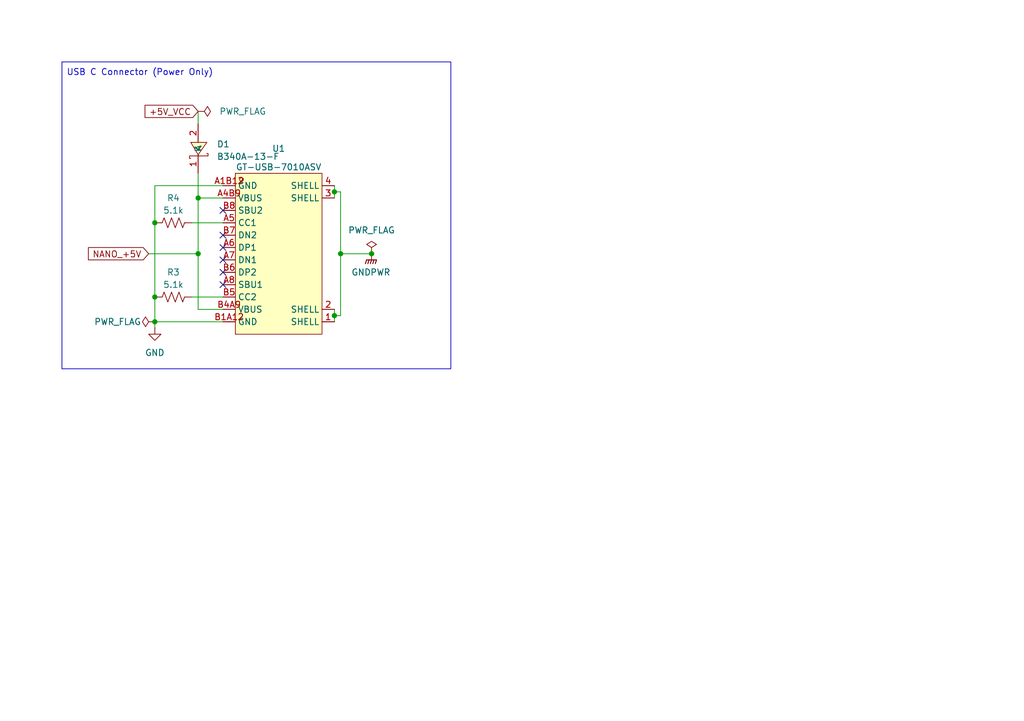
<source format=kicad_sch>
(kicad_sch (version 20250114) (generator "eeschema") (generator_version "9.0")
  (paper "A5")
  (lib_symbols
    (symbol "Device:R_US" (pin_numbers (hide yes)) (pin_names (offset 0))
      (property "Reference" "R" (at 2.54 0 90))
      (property "Value" "R_US" (at -2.54 0 90))
      (symbol "R_US_0_1"
        (polyline (pts (xy 0 2.286) (xy 0 2.54)))
        (polyline (pts (xy 0 2.286) (xy 1.016 1.905) (xy 0 1.524) (xy -1.016 1.143) (xy 0 0.762)))
        (polyline (pts (xy 0 0.762) (xy 1.016 0.381) (xy 0 0) (xy -1.016 -0.381) (xy 0 -0.762)))
        (polyline (pts (xy 0 -0.762) (xy 1.016 -1.143) (xy 0 -1.524) (xy -1.016 -1.905) (xy 0 -2.286)))
        (polyline (pts (xy 0 -2.286) (xy 0 -2.54)))
      )
      (symbol "R_US_1_1"
        (pin passive line (at 0 3.81 270) (length 1.27) (name "~") (number "1"))
        (pin passive line (at 0 -3.81 90) (length 1.27) (name "~") (number "2"))
      )
    )
    (symbol "power:GND" (power) (pin_numbers (hide yes)) (pin_names (offset 0) (hide yes))
      (property "Value" "GND" (at 0 -3.81 0))
      (symbol "GND_0_1"
        (polyline (pts (xy 0 0) (xy 0 -1.27) (xy 1.27 -1.27) (xy 0 -2.54) (xy -1.27 -1.27) (xy 0 -1.27)))
      )
      (symbol "GND_1_1"
        (pin power_in line (at 0 0 270) (length 0) (name "~") (number "1"))
      )
    )
    (symbol "power:GNDPWR" (power) (pin_numbers (hide yes)) (pin_names (offset 0) (hide yes))
      (property "Value" "GNDPWR" (at 0 -3.302 0))
      (symbol "GNDPWR_0_1"
        (polyline (pts (xy -1.016 -1.27) (xy -1.27 -2.032) (xy -1.27 -2.032)) (stroke (width 0.2032)))
        (polyline (pts (xy -0.508 -1.27) (xy -0.762 -2.032) (xy -0.762 -2.032)) (stroke (width 0.2032)))
        (polyline (pts (xy 0 -1.27) (xy 0 0)))
        (polyline (pts (xy 0 -1.27) (xy -0.254 -2.032) (xy -0.254 -2.032)) (stroke (width 0.2032)))
        (polyline (pts (xy 0.508 -1.27) (xy 0.254 -2.032) (xy 0.254 -2.032)) (stroke (width 0.2032)))
        (polyline (pts (xy 1.016 -1.27) (xy -1.016 -1.27) (xy -1.016 -1.27)) (stroke (width 0.2032)))
        (polyline (pts (xy 1.016 -1.27) (xy 0.762 -2.032) (xy 0.762 -2.032) (xy 0.762 -2.032)) (stroke (width 0.2032)))
      )
      (symbol "GNDPWR_1_1"
        (pin power_in line (at 0 0 270) (length 0) (name "~") (number "1"))
      )
    )
    (symbol "power:PWR_FLAG" (power) (pin_numbers (hide yes)) (pin_names (offset 0) (hide yes))
      (property "Value" "PWR_FLAG" (at 0 3.81 0))
      (symbol "PWR_FLAG_0_0"
        (pin power_out line (at 0 0 90) (length 0) (name "~") (number "1"))
      )
      (symbol "PWR_FLAG_0_1"
        (polyline (pts (xy 0 0) (xy 0 1.27) (xy -1.016 1.905) (xy 0 2.54) (xy 1.016 1.905) (xy 0 1.27)))
      )
    )
    (symbol "syms_foots:B340A-13-F"
      (property "Reference" "D" (at 0 5.08 0))
      (property "Value" "B340A-13-F" (at 0 -5.08 0))
      (symbol "B340A-13-F_0_1"
        (polyline (pts (xy -2.03 1.52) (xy -2.03 1.78) (xy -1.52 1.78) (xy -1.52 -2.03) (xy -1.02 -2.03) (xy -1.02 -1.78)))
        (polyline (pts (xy 1.27 1.52) (xy -1.27 0) (xy 1.27 -1.78) (xy 1.27 1.52)) (fill (type background)))
        (pin unspecified line (at -5.08 0 0) (length 3.81) (name "K") (number "1"))
        (pin unspecified line (at 5.08 0 180) (length 3.81) (name "A") (number "2"))
      )
    )
    (symbol "syms_foots:GT-USB-7010ASV"
      (property "Reference" "U" (at 0 20.32 0))
      (property "Value" "GT-USB-7010ASV" (at 0 -17.78 0))
      (symbol "GT-USB-7010ASV_0_1"
        (rectangle (start -10.16 17.78) (end 7.62 -15.24) (fill (type background)))
        (circle (center -8.89 16.51) (radius 0.38))
        (pin unspecified line (at -12.7 15.24 0) (length 2.54) (name "GND") (number "A1B12"))
        (pin unspecified line (at -12.7 12.7 0) (length 2.54) (name "VBUS") (number "A4B9"))
        (pin unspecified line (at -12.7 10.16 0) (length 2.54) (name "SBU2") (number "B8"))
        (pin unspecified line (at -12.7 7.62 0) (length 2.54) (name "CC1") (number "A5"))
        (pin unspecified line (at -12.7 5.08 0) (length 2.54) (name "DN2") (number "B7"))
        (pin unspecified line (at -12.7 2.54 0) (length 2.54) (name "DP1") (number "A6"))
        (pin unspecified line (at -12.7 0 0) (length 2.54) (name "DN1") (number "A7"))
        (pin unspecified line (at -12.7 -2.54 0) (length 2.54) (name "DP2") (number "B6"))
        (pin unspecified line (at -12.7 -5.08 0) (length 2.54) (name "SBU1") (number "A8"))
        (pin unspecified line (at -12.7 -7.62 0) (length 2.54) (name "CC2") (number "B5"))
        (pin unspecified line (at -12.7 -10.16 0) (length 2.54) (name "VBUS") (number "B4A9"))
        (pin unspecified line (at -12.7 -12.7 0) (length 2.54) (name "GND") (number "B1A12"))
        (pin unspecified line (at 10.16 15.24 180) (length 2.54) (name "SHELL") (number "4"))
        (pin unspecified line (at 10.16 12.7 180) (length 2.54) (name "SHELL") (number "3"))
        (pin unspecified line (at 10.16 -10.16 180) (length 2.54) (name "SHELL") (number "2"))
        (pin unspecified line (at 10.16 -12.7 180) (length 2.54) (name "SHELL") (number "1"))
      )
    )
  )
  (rectangle (start 12.7 12.7) (end 92.456 75.692))
  (text "USB C Connector (Power Only)" (at 28.702 14.986 0) (effects (font (size 1.27 1.27))))
  (junction (at 68.58 64.77))
  (junction (at 68.58 39.37))
  (junction (at 31.75 60.96))
  (junction (at 31.75 66.04))
  (junction (at 40.64 52.07))
  (junction (at 31.75 45.72))
  (junction (at 76.2 52.07))
  (junction (at 69.85 52.07))
  (junction (at 40.64 40.64))
  (no_connect (at 45.72 55.88))
  (no_connect (at 45.72 50.8))
  (no_connect (at 45.72 43.18))
  (no_connect (at 45.72 48.26))
  (no_connect (at 45.72 53.34))
  (no_connect (at 45.72 58.42))
  (wire (pts (xy 68.58 39.37) (xy 68.58 40.64)))
  (wire (pts (xy 40.64 22.86) (xy 40.64 25.4)))
  (wire (pts (xy 31.75 66.04) (xy 31.75 67.31)))
  (wire (pts (xy 45.72 38.1) (xy 31.75 38.1)))
  (wire (pts (xy 69.85 52.07) (xy 69.85 64.77)))
  (wire (pts (xy 30.48 52.07) (xy 40.64 52.07)))
  (wire (pts (xy 40.64 35.56) (xy 40.64 40.64)))
  (wire (pts (xy 39.37 60.96) (xy 45.72 60.96)))
  (wire (pts (xy 31.75 38.1) (xy 31.75 45.72)))
  (wire (pts (xy 40.64 52.07) (xy 40.64 63.5)))
  (wire (pts (xy 68.58 38.1) (xy 68.58 39.37)))
  (wire (pts (xy 39.37 45.72) (xy 45.72 45.72)))
  (wire (pts (xy 68.58 63.5) (xy 68.58 64.77)))
  (wire (pts (xy 68.58 39.37) (xy 69.85 39.37)))
  (wire (pts (xy 40.64 63.5) (xy 45.72 63.5)))
  (wire (pts (xy 45.72 40.64) (xy 40.64 40.64)))
  (wire (pts (xy 40.64 40.64) (xy 40.64 52.07)))
  (wire (pts (xy 31.75 45.72) (xy 31.75 60.96)))
  (wire (pts (xy 69.85 64.77) (xy 68.58 64.77)))
  (wire (pts (xy 69.85 52.07) (xy 76.2 52.07)))
  (wire (pts (xy 68.58 64.77) (xy 68.58 66.04)))
  (wire (pts (xy 31.75 66.04) (xy 45.72 66.04)))
  (wire (pts (xy 31.75 60.96) (xy 31.75 66.04)))
  (wire (pts (xy 69.85 39.37) (xy 69.85 52.07)))
  (global_label "NANO_+5V" (shape input) (at 30.48 52.07 180) (property "Intersheetrefs" "${INTERSHEET_REFS}" (effects (hide yes))))
  (global_label "+5V_VCC" (shape input) (at 40.64 22.86 180) (property "Intersheetrefs" "${INTERSHEET_REFS}" (effects (hide yes))))
  (symbol (lib_id "Device:R_US") (at 35.56 45.72 270) (unit 1)
    (property "Reference" "R4" (at 35.56 40.64 90))
    (property "Value" "5.1k" (at 35.56 43.18 90))
    (property "Footprint" "Resistor_SMD:R_0402_1005Metric" (effects (hide yes)))
    (property "Description" "Resistor, US symbol" (effects (hide yes)))
  )
  (symbol (lib_id "power:GNDPWR") (at 76.2 52.07 0) (unit 1)
    (property "Reference" "#PWR042" (effects (hide yes)))
    (property "Value" "GNDPWR" (at 76.073 55.88 0))
    (property "Description" "Power symbol creates a global label with name \"GNDPWR\" , global ground" (effects (hide yes)))
  )
  (symbol (lib_id "power:PWR_FLAG") (at 76.2 52.07 0) (unit 1)
    (property "Reference" "#FLG04" (effects (hide yes)))
    (property "Value" "PWR_FLAG" (at 76.2 47.244 0))
    (property "Description" "Special symbol for telling ERC where power comes from" (effects (hide yes)))
  )
  (symbol (lib_id "power:PWR_FLAG") (at 40.64 22.86 270) (unit 1)
    (property "Reference" "#FLG0101" (effects (hide yes)))
    (property "Value" "PWR_FLAG" (at 44.958 22.8599 90) (effects (justify left)))
    (property "Description" "Special symbol for telling ERC where power comes from" (effects (hide yes)))
  )
  (symbol (lib_id "syms_foots:B340A-13-F") (at 40.64 30.48 90) (unit 1)
    (property "Reference" "D1" (at 44.45 29.5899 90) (effects (justify right)))
    (property "Value" "B340A-13-F" (at 44.45 32.1299 90) (effects (justify right)))
    (property "Footprint" "syms_foots:SMA_L4.4-W2.6-LS5.0-RD" (effects (hide yes)))
    (property "Datasheet" "https://lcsc.com/product-detail/Schottky-Barrier-Diodes-SBD_DIODES_B340A-13-F_B340A-13-F_C85098.html" (effects (hide yes)))
    (property "LCSC Part" "C85098" (effects (hide yes)))
  )
  (symbol (lib_id "power:GND") (at 31.75 67.31 0) (unit 1)
    (property "Reference" "#PWR043" (effects (hide yes)))
    (property "Value" "GND" (at 31.75 72.39 0))
    (property "Description" "Power symbol creates a global label with name \"GND\" , ground" (effects (hide yes)))
  )
  (symbol (lib_id "Device:R_US") (at 35.56 60.96 270) (unit 1)
    (property "Reference" "R3" (at 35.56 55.88 90))
    (property "Value" "5.1k" (at 35.56 58.42 90))
    (property "Footprint" "Resistor_SMD:R_0402_1005Metric" (effects (hide yes)))
    (property "Description" "Resistor, US symbol" (effects (hide yes)))
  )
  (symbol (lib_id "syms_foots:GT-USB-7010ASV") (at 58.42 53.34 0) (unit 1)
    (property "Reference" "U1" (at 57.15 30.48 0))
    (property "Value" "GT-USB-7010ASV" (at 57.15 34.29 0))
    (property "Footprint" "syms_foots:USB-C-SMD_G-SWITCH_GT-USB-7010ASV" (effects (hide yes)))
    (property "LCSC Part" "C2988369" (effects (hide yes)))
  )
  (symbol (lib_id "power:PWR_FLAG") (at 31.75 66.04 90) (unit 1)
    (property "Reference" "#FLG02" (effects (hide yes)))
    (property "Value" "PWR_FLAG" (at 24.13 66.04 90))
    (property "Description" "Special symbol for telling ERC where power comes from" (effects (hide yes)))
  )
)
</source>
